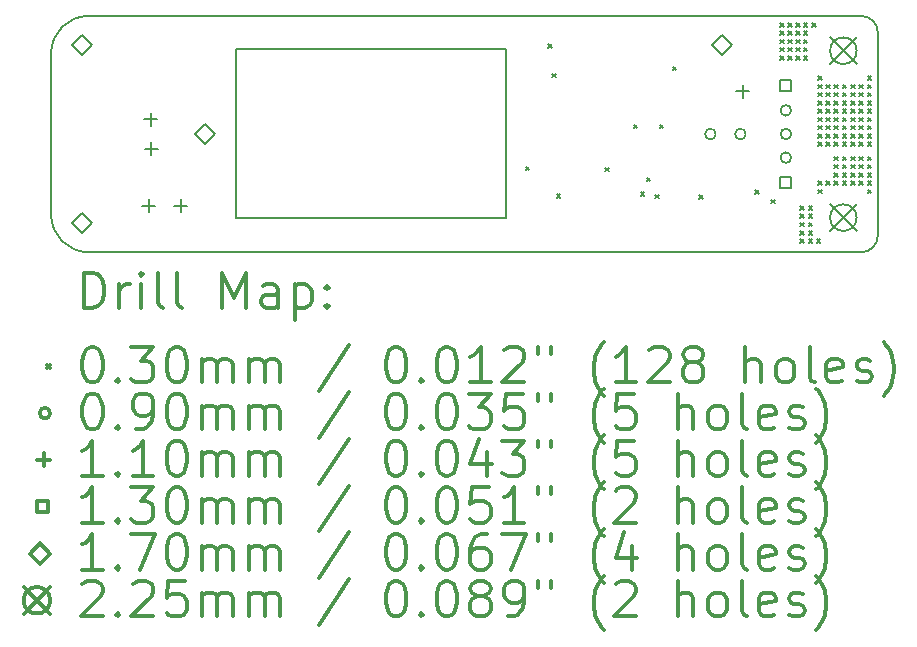
<source format=gbr>
%FSLAX45Y45*%
G04 Gerber Fmt 4.5, Leading zero omitted, Abs format (unit mm)*
G04 Created by KiCad (PCBNEW 5.1.0-unknown-9e240db~82~ubuntu18.04.1) date 2019-04-20 17:34:24*
%MOMM*%
%LPD*%
G04 APERTURE LIST*
%ADD10C,0.150000*%
%ADD11C,0.200000*%
%ADD12C,0.300000*%
G04 APERTURE END LIST*
D10*
X11769610Y-11014360D02*
X18312110Y-11014360D01*
X11769610Y-11014360D02*
G75*
G02X11452110Y-10696860I22J317522D01*
G01*
X15299810Y-9296160D02*
X13019810Y-9296160D01*
X13019810Y-10722160D02*
X15299810Y-10722160D01*
X15299810Y-10722160D02*
X15299810Y-9296160D01*
X13019810Y-9296160D02*
X13019810Y-10722160D01*
X18312110Y-11014360D02*
X18312110Y-11014360D01*
X11452110Y-9331860D02*
X11452110Y-10696860D01*
X18312110Y-9014360D02*
G75*
G02X18452110Y-9154360I17J-139983D01*
G01*
X18452110Y-10629360D02*
X18452110Y-9154360D01*
X11452110Y-9331860D02*
G75*
G02X11769610Y-9014360I317522J-22D01*
G01*
X18452110Y-10874360D02*
G75*
G02X18312110Y-11014360I-139983J-17D01*
G01*
X18452110Y-10874360D02*
X18452110Y-10629360D01*
X18312110Y-9014360D02*
X11769610Y-9014360D01*
D11*
X15471050Y-10289970D02*
X15501050Y-10319970D01*
X15501050Y-10289970D02*
X15471050Y-10319970D01*
X15663260Y-9255270D02*
X15693260Y-9285270D01*
X15693260Y-9255270D02*
X15663260Y-9285270D01*
X15695000Y-9505000D02*
X15725000Y-9535000D01*
X15725000Y-9505000D02*
X15695000Y-9535000D01*
X15735000Y-10525000D02*
X15765000Y-10555000D01*
X15765000Y-10525000D02*
X15735000Y-10555000D01*
X16142140Y-10301120D02*
X16172140Y-10331120D01*
X16172140Y-10301120D02*
X16142140Y-10331120D01*
X16385000Y-9935000D02*
X16415000Y-9965000D01*
X16415000Y-9935000D02*
X16385000Y-9965000D01*
X16444998Y-10504998D02*
X16474998Y-10534998D01*
X16474998Y-10504998D02*
X16444998Y-10534998D01*
X16495000Y-10385000D02*
X16525000Y-10415000D01*
X16525000Y-10385000D02*
X16495000Y-10415000D01*
X16565180Y-10529600D02*
X16595180Y-10559600D01*
X16595180Y-10529600D02*
X16565180Y-10559600D01*
X16605000Y-9935000D02*
X16635000Y-9965000D01*
X16635000Y-9935000D02*
X16605000Y-9965000D01*
X16716620Y-9444200D02*
X16746620Y-9474200D01*
X16746620Y-9444200D02*
X16716620Y-9474200D01*
X16938200Y-10533890D02*
X16968200Y-10563890D01*
X16968200Y-10533890D02*
X16938200Y-10563890D01*
X17415000Y-10491449D02*
X17445000Y-10521449D01*
X17445000Y-10491449D02*
X17415000Y-10521449D01*
X17548415Y-10571585D02*
X17578415Y-10601585D01*
X17578415Y-10571585D02*
X17548415Y-10601585D01*
X17625000Y-9075000D02*
X17655000Y-9105000D01*
X17655000Y-9075000D02*
X17625000Y-9105000D01*
X17625000Y-9145000D02*
X17655000Y-9175000D01*
X17655000Y-9145000D02*
X17625000Y-9175000D01*
X17625000Y-9215000D02*
X17655000Y-9245000D01*
X17655000Y-9215000D02*
X17625000Y-9245000D01*
X17625000Y-9285000D02*
X17655000Y-9315000D01*
X17655000Y-9285000D02*
X17625000Y-9315000D01*
X17625000Y-9355000D02*
X17655000Y-9385000D01*
X17655000Y-9355000D02*
X17625000Y-9385000D01*
X17695000Y-9075000D02*
X17725000Y-9105000D01*
X17725000Y-9075000D02*
X17695000Y-9105000D01*
X17695000Y-9145000D02*
X17725000Y-9175000D01*
X17725000Y-9145000D02*
X17695000Y-9175000D01*
X17695000Y-9215000D02*
X17725000Y-9245000D01*
X17725000Y-9215000D02*
X17695000Y-9245000D01*
X17695000Y-9285000D02*
X17725000Y-9315000D01*
X17725000Y-9285000D02*
X17695000Y-9315000D01*
X17695000Y-9355000D02*
X17725000Y-9385000D01*
X17725000Y-9355000D02*
X17695000Y-9385000D01*
X17760000Y-9075000D02*
X17790000Y-9105000D01*
X17790000Y-9075000D02*
X17760000Y-9105000D01*
X17760000Y-9145000D02*
X17790000Y-9175000D01*
X17790000Y-9145000D02*
X17760000Y-9175000D01*
X17760000Y-9215000D02*
X17790000Y-9245000D01*
X17790000Y-9215000D02*
X17760000Y-9245000D01*
X17760000Y-9285000D02*
X17790000Y-9315000D01*
X17790000Y-9285000D02*
X17760000Y-9315000D01*
X17760000Y-9355000D02*
X17790000Y-9385000D01*
X17790000Y-9355000D02*
X17760000Y-9385000D01*
X17795000Y-10625000D02*
X17825000Y-10655000D01*
X17825000Y-10625000D02*
X17795000Y-10655000D01*
X17795000Y-10695000D02*
X17825000Y-10725000D01*
X17825000Y-10695000D02*
X17795000Y-10725000D01*
X17795000Y-10765000D02*
X17825000Y-10795000D01*
X17825000Y-10765000D02*
X17795000Y-10795000D01*
X17795000Y-10835000D02*
X17825000Y-10865000D01*
X17825000Y-10835000D02*
X17795000Y-10865000D01*
X17795000Y-10905000D02*
X17825000Y-10935000D01*
X17825000Y-10905000D02*
X17795000Y-10935000D01*
X17825000Y-9075000D02*
X17855000Y-9105000D01*
X17855000Y-9075000D02*
X17825000Y-9105000D01*
X17825000Y-9145000D02*
X17855000Y-9175000D01*
X17855000Y-9145000D02*
X17825000Y-9175000D01*
X17825000Y-9215000D02*
X17855000Y-9245000D01*
X17855000Y-9215000D02*
X17825000Y-9245000D01*
X17825000Y-9285000D02*
X17855000Y-9315000D01*
X17855000Y-9285000D02*
X17825000Y-9315000D01*
X17825000Y-9355000D02*
X17855000Y-9385000D01*
X17855000Y-9355000D02*
X17825000Y-9385000D01*
X17865000Y-10625000D02*
X17895000Y-10655000D01*
X17895000Y-10625000D02*
X17865000Y-10655000D01*
X17865000Y-10695000D02*
X17895000Y-10725000D01*
X17895000Y-10695000D02*
X17865000Y-10725000D01*
X17865000Y-10765000D02*
X17895000Y-10795000D01*
X17895000Y-10765000D02*
X17865000Y-10795000D01*
X17865000Y-10835000D02*
X17895000Y-10865000D01*
X17895000Y-10835000D02*
X17865000Y-10865000D01*
X17865000Y-10905000D02*
X17895000Y-10935000D01*
X17895000Y-10905000D02*
X17865000Y-10935000D01*
X17895000Y-9075000D02*
X17925000Y-9105000D01*
X17925000Y-9075000D02*
X17895000Y-9105000D01*
X17935000Y-10905000D02*
X17965000Y-10935000D01*
X17965000Y-10905000D02*
X17935000Y-10935000D01*
X17945000Y-9525000D02*
X17975000Y-9555000D01*
X17975000Y-9525000D02*
X17945000Y-9555000D01*
X17945000Y-9595000D02*
X17975000Y-9625000D01*
X17975000Y-9595000D02*
X17945000Y-9625000D01*
X17945000Y-9665000D02*
X17975000Y-9695000D01*
X17975000Y-9665000D02*
X17945000Y-9695000D01*
X17945000Y-9735000D02*
X17975000Y-9765000D01*
X17975000Y-9735000D02*
X17945000Y-9765000D01*
X17945000Y-9805000D02*
X17975000Y-9835000D01*
X17975000Y-9805000D02*
X17945000Y-9835000D01*
X17945000Y-9875000D02*
X17975000Y-9905000D01*
X17975000Y-9875000D02*
X17945000Y-9905000D01*
X17945000Y-9945000D02*
X17975000Y-9975000D01*
X17975000Y-9945000D02*
X17945000Y-9975000D01*
X17945000Y-10015000D02*
X17975000Y-10045000D01*
X17975000Y-10015000D02*
X17945000Y-10045000D01*
X17945000Y-10085000D02*
X17975000Y-10115000D01*
X17975000Y-10085000D02*
X17945000Y-10115000D01*
X17945000Y-10415000D02*
X17975000Y-10445000D01*
X17975000Y-10415000D02*
X17945000Y-10445000D01*
X17945000Y-10485000D02*
X17975000Y-10515000D01*
X17975000Y-10485000D02*
X17945000Y-10515000D01*
X18015000Y-9595000D02*
X18045000Y-9625000D01*
X18045000Y-9595000D02*
X18015000Y-9625000D01*
X18015000Y-9665000D02*
X18045000Y-9695000D01*
X18045000Y-9665000D02*
X18015000Y-9695000D01*
X18015000Y-9735000D02*
X18045000Y-9765000D01*
X18045000Y-9735000D02*
X18015000Y-9765000D01*
X18015000Y-9805000D02*
X18045000Y-9835000D01*
X18045000Y-9805000D02*
X18015000Y-9835000D01*
X18015000Y-9875000D02*
X18045000Y-9905000D01*
X18045000Y-9875000D02*
X18015000Y-9905000D01*
X18015000Y-9945000D02*
X18045000Y-9975000D01*
X18045000Y-9945000D02*
X18015000Y-9975000D01*
X18015000Y-10015000D02*
X18045000Y-10045000D01*
X18045000Y-10015000D02*
X18015000Y-10045000D01*
X18015000Y-10085000D02*
X18045000Y-10115000D01*
X18045000Y-10085000D02*
X18015000Y-10115000D01*
X18015000Y-10415000D02*
X18045000Y-10445000D01*
X18045000Y-10415000D02*
X18015000Y-10445000D01*
X18085000Y-9595000D02*
X18115000Y-9625000D01*
X18115000Y-9595000D02*
X18085000Y-9625000D01*
X18085000Y-9665000D02*
X18115000Y-9695000D01*
X18115000Y-9665000D02*
X18085000Y-9695000D01*
X18085000Y-9735000D02*
X18115000Y-9765000D01*
X18115000Y-9735000D02*
X18085000Y-9765000D01*
X18085000Y-9805000D02*
X18115000Y-9835000D01*
X18115000Y-9805000D02*
X18085000Y-9835000D01*
X18085000Y-9875000D02*
X18115000Y-9905000D01*
X18115000Y-9875000D02*
X18085000Y-9905000D01*
X18085000Y-9945000D02*
X18115000Y-9975000D01*
X18115000Y-9945000D02*
X18085000Y-9975000D01*
X18085000Y-10015000D02*
X18115000Y-10045000D01*
X18115000Y-10015000D02*
X18085000Y-10045000D01*
X18085000Y-10085000D02*
X18115000Y-10115000D01*
X18115000Y-10085000D02*
X18085000Y-10115000D01*
X18085000Y-10205000D02*
X18115000Y-10235000D01*
X18115000Y-10205000D02*
X18085000Y-10235000D01*
X18085000Y-10275000D02*
X18115000Y-10305000D01*
X18115000Y-10275000D02*
X18085000Y-10305000D01*
X18085000Y-10345000D02*
X18115000Y-10375000D01*
X18115000Y-10345000D02*
X18085000Y-10375000D01*
X18085000Y-10415000D02*
X18115000Y-10445000D01*
X18115000Y-10415000D02*
X18085000Y-10445000D01*
X18155000Y-9595000D02*
X18185000Y-9625000D01*
X18185000Y-9595000D02*
X18155000Y-9625000D01*
X18155000Y-9665000D02*
X18185000Y-9695000D01*
X18185000Y-9665000D02*
X18155000Y-9695000D01*
X18155000Y-9735000D02*
X18185000Y-9765000D01*
X18185000Y-9735000D02*
X18155000Y-9765000D01*
X18155000Y-9805000D02*
X18185000Y-9835000D01*
X18185000Y-9805000D02*
X18155000Y-9835000D01*
X18155000Y-9875000D02*
X18185000Y-9905000D01*
X18185000Y-9875000D02*
X18155000Y-9905000D01*
X18155000Y-9945000D02*
X18185000Y-9975000D01*
X18185000Y-9945000D02*
X18155000Y-9975000D01*
X18155000Y-10015000D02*
X18185000Y-10045000D01*
X18185000Y-10015000D02*
X18155000Y-10045000D01*
X18155000Y-10085000D02*
X18185000Y-10115000D01*
X18185000Y-10085000D02*
X18155000Y-10115000D01*
X18155000Y-10205000D02*
X18185000Y-10235000D01*
X18185000Y-10205000D02*
X18155000Y-10235000D01*
X18155000Y-10275000D02*
X18185000Y-10305000D01*
X18185000Y-10275000D02*
X18155000Y-10305000D01*
X18155000Y-10345000D02*
X18185000Y-10375000D01*
X18185000Y-10345000D02*
X18155000Y-10375000D01*
X18155000Y-10415000D02*
X18185000Y-10445000D01*
X18185000Y-10415000D02*
X18155000Y-10445000D01*
X18225000Y-9595000D02*
X18255000Y-9625000D01*
X18255000Y-9595000D02*
X18225000Y-9625000D01*
X18225000Y-9665000D02*
X18255000Y-9695000D01*
X18255000Y-9665000D02*
X18225000Y-9695000D01*
X18225000Y-9735000D02*
X18255000Y-9765000D01*
X18255000Y-9735000D02*
X18225000Y-9765000D01*
X18225000Y-9805000D02*
X18255000Y-9835000D01*
X18255000Y-9805000D02*
X18225000Y-9835000D01*
X18225000Y-9875000D02*
X18255000Y-9905000D01*
X18255000Y-9875000D02*
X18225000Y-9905000D01*
X18225000Y-9945000D02*
X18255000Y-9975000D01*
X18255000Y-9945000D02*
X18225000Y-9975000D01*
X18225000Y-10015000D02*
X18255000Y-10045000D01*
X18255000Y-10015000D02*
X18225000Y-10045000D01*
X18225000Y-10085000D02*
X18255000Y-10115000D01*
X18255000Y-10085000D02*
X18225000Y-10115000D01*
X18225000Y-10205000D02*
X18255000Y-10235000D01*
X18255000Y-10205000D02*
X18225000Y-10235000D01*
X18225000Y-10275000D02*
X18255000Y-10305000D01*
X18255000Y-10275000D02*
X18225000Y-10305000D01*
X18225000Y-10345000D02*
X18255000Y-10375000D01*
X18255000Y-10345000D02*
X18225000Y-10375000D01*
X18225000Y-10415000D02*
X18255000Y-10445000D01*
X18255000Y-10415000D02*
X18225000Y-10445000D01*
X18295000Y-9595000D02*
X18325000Y-9625000D01*
X18325000Y-9595000D02*
X18295000Y-9625000D01*
X18295000Y-9665000D02*
X18325000Y-9695000D01*
X18325000Y-9665000D02*
X18295000Y-9695000D01*
X18295000Y-9735000D02*
X18325000Y-9765000D01*
X18325000Y-9735000D02*
X18295000Y-9765000D01*
X18295000Y-9805000D02*
X18325000Y-9835000D01*
X18325000Y-9805000D02*
X18295000Y-9835000D01*
X18295000Y-9875000D02*
X18325000Y-9905000D01*
X18325000Y-9875000D02*
X18295000Y-9905000D01*
X18295000Y-9945000D02*
X18325000Y-9975000D01*
X18325000Y-9945000D02*
X18295000Y-9975000D01*
X18295000Y-10015000D02*
X18325000Y-10045000D01*
X18325000Y-10015000D02*
X18295000Y-10045000D01*
X18295000Y-10085000D02*
X18325000Y-10115000D01*
X18325000Y-10085000D02*
X18295000Y-10115000D01*
X18295000Y-10205000D02*
X18325000Y-10235000D01*
X18325000Y-10205000D02*
X18295000Y-10235000D01*
X18295000Y-10275000D02*
X18325000Y-10305000D01*
X18325000Y-10275000D02*
X18295000Y-10305000D01*
X18295000Y-10345000D02*
X18325000Y-10375000D01*
X18325000Y-10345000D02*
X18295000Y-10375000D01*
X18295000Y-10415000D02*
X18325000Y-10445000D01*
X18325000Y-10415000D02*
X18295000Y-10445000D01*
X18365000Y-9525000D02*
X18395000Y-9555000D01*
X18395000Y-9525000D02*
X18365000Y-9555000D01*
X18365000Y-9595000D02*
X18395000Y-9625000D01*
X18395000Y-9595000D02*
X18365000Y-9625000D01*
X18365000Y-9665000D02*
X18395000Y-9695000D01*
X18395000Y-9665000D02*
X18365000Y-9695000D01*
X18365000Y-9735000D02*
X18395000Y-9765000D01*
X18395000Y-9735000D02*
X18365000Y-9765000D01*
X18365000Y-9805000D02*
X18395000Y-9835000D01*
X18395000Y-9805000D02*
X18365000Y-9835000D01*
X18365000Y-9875000D02*
X18395000Y-9905000D01*
X18395000Y-9875000D02*
X18365000Y-9905000D01*
X18365000Y-9945000D02*
X18395000Y-9975000D01*
X18395000Y-9945000D02*
X18365000Y-9975000D01*
X18365000Y-10015000D02*
X18395000Y-10045000D01*
X18395000Y-10015000D02*
X18365000Y-10045000D01*
X18365000Y-10085000D02*
X18395000Y-10115000D01*
X18395000Y-10085000D02*
X18365000Y-10115000D01*
X18365000Y-10205000D02*
X18395000Y-10235000D01*
X18395000Y-10205000D02*
X18365000Y-10235000D01*
X18365000Y-10275000D02*
X18395000Y-10305000D01*
X18395000Y-10275000D02*
X18365000Y-10305000D01*
X18365000Y-10345000D02*
X18395000Y-10375000D01*
X18395000Y-10345000D02*
X18365000Y-10375000D01*
X18365000Y-10415000D02*
X18395000Y-10445000D01*
X18395000Y-10415000D02*
X18365000Y-10445000D01*
X18365000Y-10485000D02*
X18395000Y-10515000D01*
X18395000Y-10485000D02*
X18365000Y-10515000D01*
X17718000Y-9814000D02*
G75*
G03X17718000Y-9814000I-45000J0D01*
G01*
X17718000Y-10014000D02*
G75*
G03X17718000Y-10014000I-45000J0D01*
G01*
X17718000Y-10214000D02*
G75*
G03X17718000Y-10214000I-45000J0D01*
G01*
X17079000Y-10014400D02*
G75*
G03X17079000Y-10014400I-45000J0D01*
G01*
X17333000Y-10014400D02*
G75*
G03X17333000Y-10014400I-45000J0D01*
G01*
X12300000Y-10085000D02*
X12300000Y-10195000D01*
X12245000Y-10140000D02*
X12355000Y-10140000D01*
X12550000Y-10565000D02*
X12550000Y-10675000D01*
X12495000Y-10620000D02*
X12605000Y-10620000D01*
X17310000Y-9595000D02*
X17310000Y-9705000D01*
X17255000Y-9650000D02*
X17365000Y-9650000D01*
X12298000Y-9836000D02*
X12298000Y-9946000D01*
X12243000Y-9891000D02*
X12353000Y-9891000D01*
X12280000Y-10565000D02*
X12280000Y-10675000D01*
X12225000Y-10620000D02*
X12335000Y-10620000D01*
X17718962Y-9649962D02*
X17718962Y-9558038D01*
X17627038Y-9558038D01*
X17627038Y-9649962D01*
X17718962Y-9649962D01*
X17718962Y-10469962D02*
X17718962Y-10378038D01*
X17627038Y-10378038D01*
X17627038Y-10469962D01*
X17718962Y-10469962D01*
X11716900Y-9349360D02*
X11801900Y-9264360D01*
X11716900Y-9179360D01*
X11631900Y-9264360D01*
X11716900Y-9349360D01*
X11716900Y-10849400D02*
X11801900Y-10764400D01*
X11716900Y-10679400D01*
X11631900Y-10764400D01*
X11716900Y-10849400D01*
X17130900Y-9349360D02*
X17215900Y-9264360D01*
X17130900Y-9179360D01*
X17045900Y-9264360D01*
X17130900Y-9349360D01*
X12751500Y-10096500D02*
X12836500Y-10011500D01*
X12751500Y-9926500D01*
X12666500Y-10011500D01*
X12751500Y-10096500D01*
X18047500Y-10609500D02*
X18272500Y-10834500D01*
X18272500Y-10609500D02*
X18047500Y-10834500D01*
X18272500Y-10722000D02*
G75*
G03X18272500Y-10722000I-112500J0D01*
G01*
X18047500Y-9196500D02*
X18272500Y-9421500D01*
X18272500Y-9196500D02*
X18047500Y-9421500D01*
X18272500Y-9309000D02*
G75*
G03X18272500Y-9309000I-112500J0D01*
G01*
D12*
X11731038Y-11487574D02*
X11731038Y-11187574D01*
X11802467Y-11187574D01*
X11845324Y-11201860D01*
X11873896Y-11230431D01*
X11888181Y-11259003D01*
X11902467Y-11316146D01*
X11902467Y-11359003D01*
X11888181Y-11416146D01*
X11873896Y-11444717D01*
X11845324Y-11473289D01*
X11802467Y-11487574D01*
X11731038Y-11487574D01*
X12031038Y-11487574D02*
X12031038Y-11287574D01*
X12031038Y-11344717D02*
X12045324Y-11316146D01*
X12059610Y-11301860D01*
X12088181Y-11287574D01*
X12116753Y-11287574D01*
X12216753Y-11487574D02*
X12216753Y-11287574D01*
X12216753Y-11187574D02*
X12202467Y-11201860D01*
X12216753Y-11216146D01*
X12231038Y-11201860D01*
X12216753Y-11187574D01*
X12216753Y-11216146D01*
X12402467Y-11487574D02*
X12373896Y-11473289D01*
X12359610Y-11444717D01*
X12359610Y-11187574D01*
X12559610Y-11487574D02*
X12531038Y-11473289D01*
X12516753Y-11444717D01*
X12516753Y-11187574D01*
X12902467Y-11487574D02*
X12902467Y-11187574D01*
X13002467Y-11401860D01*
X13102467Y-11187574D01*
X13102467Y-11487574D01*
X13373896Y-11487574D02*
X13373896Y-11330431D01*
X13359610Y-11301860D01*
X13331038Y-11287574D01*
X13273896Y-11287574D01*
X13245324Y-11301860D01*
X13373896Y-11473289D02*
X13345324Y-11487574D01*
X13273896Y-11487574D01*
X13245324Y-11473289D01*
X13231038Y-11444717D01*
X13231038Y-11416146D01*
X13245324Y-11387574D01*
X13273896Y-11373289D01*
X13345324Y-11373289D01*
X13373896Y-11359003D01*
X13516753Y-11287574D02*
X13516753Y-11587574D01*
X13516753Y-11301860D02*
X13545324Y-11287574D01*
X13602467Y-11287574D01*
X13631038Y-11301860D01*
X13645324Y-11316146D01*
X13659610Y-11344717D01*
X13659610Y-11430431D01*
X13645324Y-11459003D01*
X13631038Y-11473289D01*
X13602467Y-11487574D01*
X13545324Y-11487574D01*
X13516753Y-11473289D01*
X13788181Y-11459003D02*
X13802467Y-11473289D01*
X13788181Y-11487574D01*
X13773896Y-11473289D01*
X13788181Y-11459003D01*
X13788181Y-11487574D01*
X13788181Y-11301860D02*
X13802467Y-11316146D01*
X13788181Y-11330431D01*
X13773896Y-11316146D01*
X13788181Y-11301860D01*
X13788181Y-11330431D01*
X11414610Y-11966860D02*
X11444610Y-11996860D01*
X11444610Y-11966860D02*
X11414610Y-11996860D01*
X11788181Y-11817574D02*
X11816753Y-11817574D01*
X11845324Y-11831860D01*
X11859610Y-11846146D01*
X11873896Y-11874717D01*
X11888181Y-11931860D01*
X11888181Y-12003289D01*
X11873896Y-12060431D01*
X11859610Y-12089003D01*
X11845324Y-12103289D01*
X11816753Y-12117574D01*
X11788181Y-12117574D01*
X11759610Y-12103289D01*
X11745324Y-12089003D01*
X11731038Y-12060431D01*
X11716753Y-12003289D01*
X11716753Y-11931860D01*
X11731038Y-11874717D01*
X11745324Y-11846146D01*
X11759610Y-11831860D01*
X11788181Y-11817574D01*
X12016753Y-12089003D02*
X12031038Y-12103289D01*
X12016753Y-12117574D01*
X12002467Y-12103289D01*
X12016753Y-12089003D01*
X12016753Y-12117574D01*
X12131038Y-11817574D02*
X12316753Y-11817574D01*
X12216753Y-11931860D01*
X12259610Y-11931860D01*
X12288181Y-11946146D01*
X12302467Y-11960431D01*
X12316753Y-11989003D01*
X12316753Y-12060431D01*
X12302467Y-12089003D01*
X12288181Y-12103289D01*
X12259610Y-12117574D01*
X12173896Y-12117574D01*
X12145324Y-12103289D01*
X12131038Y-12089003D01*
X12502467Y-11817574D02*
X12531038Y-11817574D01*
X12559610Y-11831860D01*
X12573896Y-11846146D01*
X12588181Y-11874717D01*
X12602467Y-11931860D01*
X12602467Y-12003289D01*
X12588181Y-12060431D01*
X12573896Y-12089003D01*
X12559610Y-12103289D01*
X12531038Y-12117574D01*
X12502467Y-12117574D01*
X12473896Y-12103289D01*
X12459610Y-12089003D01*
X12445324Y-12060431D01*
X12431038Y-12003289D01*
X12431038Y-11931860D01*
X12445324Y-11874717D01*
X12459610Y-11846146D01*
X12473896Y-11831860D01*
X12502467Y-11817574D01*
X12731038Y-12117574D02*
X12731038Y-11917574D01*
X12731038Y-11946146D02*
X12745324Y-11931860D01*
X12773896Y-11917574D01*
X12816753Y-11917574D01*
X12845324Y-11931860D01*
X12859610Y-11960431D01*
X12859610Y-12117574D01*
X12859610Y-11960431D02*
X12873896Y-11931860D01*
X12902467Y-11917574D01*
X12945324Y-11917574D01*
X12973896Y-11931860D01*
X12988181Y-11960431D01*
X12988181Y-12117574D01*
X13131038Y-12117574D02*
X13131038Y-11917574D01*
X13131038Y-11946146D02*
X13145324Y-11931860D01*
X13173896Y-11917574D01*
X13216753Y-11917574D01*
X13245324Y-11931860D01*
X13259610Y-11960431D01*
X13259610Y-12117574D01*
X13259610Y-11960431D02*
X13273896Y-11931860D01*
X13302467Y-11917574D01*
X13345324Y-11917574D01*
X13373896Y-11931860D01*
X13388181Y-11960431D01*
X13388181Y-12117574D01*
X13973896Y-11803289D02*
X13716753Y-12189003D01*
X14359610Y-11817574D02*
X14388181Y-11817574D01*
X14416753Y-11831860D01*
X14431038Y-11846146D01*
X14445324Y-11874717D01*
X14459610Y-11931860D01*
X14459610Y-12003289D01*
X14445324Y-12060431D01*
X14431038Y-12089003D01*
X14416753Y-12103289D01*
X14388181Y-12117574D01*
X14359610Y-12117574D01*
X14331038Y-12103289D01*
X14316753Y-12089003D01*
X14302467Y-12060431D01*
X14288181Y-12003289D01*
X14288181Y-11931860D01*
X14302467Y-11874717D01*
X14316753Y-11846146D01*
X14331038Y-11831860D01*
X14359610Y-11817574D01*
X14588181Y-12089003D02*
X14602467Y-12103289D01*
X14588181Y-12117574D01*
X14573896Y-12103289D01*
X14588181Y-12089003D01*
X14588181Y-12117574D01*
X14788181Y-11817574D02*
X14816753Y-11817574D01*
X14845324Y-11831860D01*
X14859610Y-11846146D01*
X14873896Y-11874717D01*
X14888181Y-11931860D01*
X14888181Y-12003289D01*
X14873896Y-12060431D01*
X14859610Y-12089003D01*
X14845324Y-12103289D01*
X14816753Y-12117574D01*
X14788181Y-12117574D01*
X14759610Y-12103289D01*
X14745324Y-12089003D01*
X14731038Y-12060431D01*
X14716753Y-12003289D01*
X14716753Y-11931860D01*
X14731038Y-11874717D01*
X14745324Y-11846146D01*
X14759610Y-11831860D01*
X14788181Y-11817574D01*
X15173896Y-12117574D02*
X15002467Y-12117574D01*
X15088181Y-12117574D02*
X15088181Y-11817574D01*
X15059610Y-11860431D01*
X15031038Y-11889003D01*
X15002467Y-11903289D01*
X15288181Y-11846146D02*
X15302467Y-11831860D01*
X15331038Y-11817574D01*
X15402467Y-11817574D01*
X15431038Y-11831860D01*
X15445324Y-11846146D01*
X15459610Y-11874717D01*
X15459610Y-11903289D01*
X15445324Y-11946146D01*
X15273896Y-12117574D01*
X15459610Y-12117574D01*
X15573896Y-11817574D02*
X15573896Y-11874717D01*
X15688181Y-11817574D02*
X15688181Y-11874717D01*
X16131038Y-12231860D02*
X16116753Y-12217574D01*
X16088181Y-12174717D01*
X16073896Y-12146146D01*
X16059610Y-12103289D01*
X16045324Y-12031860D01*
X16045324Y-11974717D01*
X16059610Y-11903289D01*
X16073896Y-11860431D01*
X16088181Y-11831860D01*
X16116753Y-11789003D01*
X16131038Y-11774717D01*
X16402467Y-12117574D02*
X16231038Y-12117574D01*
X16316753Y-12117574D02*
X16316753Y-11817574D01*
X16288181Y-11860431D01*
X16259610Y-11889003D01*
X16231038Y-11903289D01*
X16516753Y-11846146D02*
X16531038Y-11831860D01*
X16559610Y-11817574D01*
X16631038Y-11817574D01*
X16659610Y-11831860D01*
X16673896Y-11846146D01*
X16688181Y-11874717D01*
X16688181Y-11903289D01*
X16673896Y-11946146D01*
X16502467Y-12117574D01*
X16688181Y-12117574D01*
X16859610Y-11946146D02*
X16831038Y-11931860D01*
X16816753Y-11917574D01*
X16802467Y-11889003D01*
X16802467Y-11874717D01*
X16816753Y-11846146D01*
X16831038Y-11831860D01*
X16859610Y-11817574D01*
X16916753Y-11817574D01*
X16945324Y-11831860D01*
X16959610Y-11846146D01*
X16973896Y-11874717D01*
X16973896Y-11889003D01*
X16959610Y-11917574D01*
X16945324Y-11931860D01*
X16916753Y-11946146D01*
X16859610Y-11946146D01*
X16831038Y-11960431D01*
X16816753Y-11974717D01*
X16802467Y-12003289D01*
X16802467Y-12060431D01*
X16816753Y-12089003D01*
X16831038Y-12103289D01*
X16859610Y-12117574D01*
X16916753Y-12117574D01*
X16945324Y-12103289D01*
X16959610Y-12089003D01*
X16973896Y-12060431D01*
X16973896Y-12003289D01*
X16959610Y-11974717D01*
X16945324Y-11960431D01*
X16916753Y-11946146D01*
X17331038Y-12117574D02*
X17331038Y-11817574D01*
X17459610Y-12117574D02*
X17459610Y-11960431D01*
X17445324Y-11931860D01*
X17416753Y-11917574D01*
X17373896Y-11917574D01*
X17345324Y-11931860D01*
X17331038Y-11946146D01*
X17645324Y-12117574D02*
X17616753Y-12103289D01*
X17602467Y-12089003D01*
X17588181Y-12060431D01*
X17588181Y-11974717D01*
X17602467Y-11946146D01*
X17616753Y-11931860D01*
X17645324Y-11917574D01*
X17688181Y-11917574D01*
X17716753Y-11931860D01*
X17731038Y-11946146D01*
X17745324Y-11974717D01*
X17745324Y-12060431D01*
X17731038Y-12089003D01*
X17716753Y-12103289D01*
X17688181Y-12117574D01*
X17645324Y-12117574D01*
X17916753Y-12117574D02*
X17888181Y-12103289D01*
X17873896Y-12074717D01*
X17873896Y-11817574D01*
X18145324Y-12103289D02*
X18116753Y-12117574D01*
X18059610Y-12117574D01*
X18031038Y-12103289D01*
X18016753Y-12074717D01*
X18016753Y-11960431D01*
X18031038Y-11931860D01*
X18059610Y-11917574D01*
X18116753Y-11917574D01*
X18145324Y-11931860D01*
X18159610Y-11960431D01*
X18159610Y-11989003D01*
X18016753Y-12017574D01*
X18273896Y-12103289D02*
X18302467Y-12117574D01*
X18359610Y-12117574D01*
X18388181Y-12103289D01*
X18402467Y-12074717D01*
X18402467Y-12060431D01*
X18388181Y-12031860D01*
X18359610Y-12017574D01*
X18316753Y-12017574D01*
X18288181Y-12003289D01*
X18273896Y-11974717D01*
X18273896Y-11960431D01*
X18288181Y-11931860D01*
X18316753Y-11917574D01*
X18359610Y-11917574D01*
X18388181Y-11931860D01*
X18502467Y-12231860D02*
X18516753Y-12217574D01*
X18545324Y-12174717D01*
X18559610Y-12146146D01*
X18573896Y-12103289D01*
X18588181Y-12031860D01*
X18588181Y-11974717D01*
X18573896Y-11903289D01*
X18559610Y-11860431D01*
X18545324Y-11831860D01*
X18516753Y-11789003D01*
X18502467Y-11774717D01*
X11444610Y-12377860D02*
G75*
G03X11444610Y-12377860I-45000J0D01*
G01*
X11788181Y-12213574D02*
X11816753Y-12213574D01*
X11845324Y-12227860D01*
X11859610Y-12242146D01*
X11873896Y-12270717D01*
X11888181Y-12327860D01*
X11888181Y-12399289D01*
X11873896Y-12456431D01*
X11859610Y-12485003D01*
X11845324Y-12499289D01*
X11816753Y-12513574D01*
X11788181Y-12513574D01*
X11759610Y-12499289D01*
X11745324Y-12485003D01*
X11731038Y-12456431D01*
X11716753Y-12399289D01*
X11716753Y-12327860D01*
X11731038Y-12270717D01*
X11745324Y-12242146D01*
X11759610Y-12227860D01*
X11788181Y-12213574D01*
X12016753Y-12485003D02*
X12031038Y-12499289D01*
X12016753Y-12513574D01*
X12002467Y-12499289D01*
X12016753Y-12485003D01*
X12016753Y-12513574D01*
X12173896Y-12513574D02*
X12231038Y-12513574D01*
X12259610Y-12499289D01*
X12273896Y-12485003D01*
X12302467Y-12442146D01*
X12316753Y-12385003D01*
X12316753Y-12270717D01*
X12302467Y-12242146D01*
X12288181Y-12227860D01*
X12259610Y-12213574D01*
X12202467Y-12213574D01*
X12173896Y-12227860D01*
X12159610Y-12242146D01*
X12145324Y-12270717D01*
X12145324Y-12342146D01*
X12159610Y-12370717D01*
X12173896Y-12385003D01*
X12202467Y-12399289D01*
X12259610Y-12399289D01*
X12288181Y-12385003D01*
X12302467Y-12370717D01*
X12316753Y-12342146D01*
X12502467Y-12213574D02*
X12531038Y-12213574D01*
X12559610Y-12227860D01*
X12573896Y-12242146D01*
X12588181Y-12270717D01*
X12602467Y-12327860D01*
X12602467Y-12399289D01*
X12588181Y-12456431D01*
X12573896Y-12485003D01*
X12559610Y-12499289D01*
X12531038Y-12513574D01*
X12502467Y-12513574D01*
X12473896Y-12499289D01*
X12459610Y-12485003D01*
X12445324Y-12456431D01*
X12431038Y-12399289D01*
X12431038Y-12327860D01*
X12445324Y-12270717D01*
X12459610Y-12242146D01*
X12473896Y-12227860D01*
X12502467Y-12213574D01*
X12731038Y-12513574D02*
X12731038Y-12313574D01*
X12731038Y-12342146D02*
X12745324Y-12327860D01*
X12773896Y-12313574D01*
X12816753Y-12313574D01*
X12845324Y-12327860D01*
X12859610Y-12356431D01*
X12859610Y-12513574D01*
X12859610Y-12356431D02*
X12873896Y-12327860D01*
X12902467Y-12313574D01*
X12945324Y-12313574D01*
X12973896Y-12327860D01*
X12988181Y-12356431D01*
X12988181Y-12513574D01*
X13131038Y-12513574D02*
X13131038Y-12313574D01*
X13131038Y-12342146D02*
X13145324Y-12327860D01*
X13173896Y-12313574D01*
X13216753Y-12313574D01*
X13245324Y-12327860D01*
X13259610Y-12356431D01*
X13259610Y-12513574D01*
X13259610Y-12356431D02*
X13273896Y-12327860D01*
X13302467Y-12313574D01*
X13345324Y-12313574D01*
X13373896Y-12327860D01*
X13388181Y-12356431D01*
X13388181Y-12513574D01*
X13973896Y-12199289D02*
X13716753Y-12585003D01*
X14359610Y-12213574D02*
X14388181Y-12213574D01*
X14416753Y-12227860D01*
X14431038Y-12242146D01*
X14445324Y-12270717D01*
X14459610Y-12327860D01*
X14459610Y-12399289D01*
X14445324Y-12456431D01*
X14431038Y-12485003D01*
X14416753Y-12499289D01*
X14388181Y-12513574D01*
X14359610Y-12513574D01*
X14331038Y-12499289D01*
X14316753Y-12485003D01*
X14302467Y-12456431D01*
X14288181Y-12399289D01*
X14288181Y-12327860D01*
X14302467Y-12270717D01*
X14316753Y-12242146D01*
X14331038Y-12227860D01*
X14359610Y-12213574D01*
X14588181Y-12485003D02*
X14602467Y-12499289D01*
X14588181Y-12513574D01*
X14573896Y-12499289D01*
X14588181Y-12485003D01*
X14588181Y-12513574D01*
X14788181Y-12213574D02*
X14816753Y-12213574D01*
X14845324Y-12227860D01*
X14859610Y-12242146D01*
X14873896Y-12270717D01*
X14888181Y-12327860D01*
X14888181Y-12399289D01*
X14873896Y-12456431D01*
X14859610Y-12485003D01*
X14845324Y-12499289D01*
X14816753Y-12513574D01*
X14788181Y-12513574D01*
X14759610Y-12499289D01*
X14745324Y-12485003D01*
X14731038Y-12456431D01*
X14716753Y-12399289D01*
X14716753Y-12327860D01*
X14731038Y-12270717D01*
X14745324Y-12242146D01*
X14759610Y-12227860D01*
X14788181Y-12213574D01*
X14988181Y-12213574D02*
X15173896Y-12213574D01*
X15073896Y-12327860D01*
X15116753Y-12327860D01*
X15145324Y-12342146D01*
X15159610Y-12356431D01*
X15173896Y-12385003D01*
X15173896Y-12456431D01*
X15159610Y-12485003D01*
X15145324Y-12499289D01*
X15116753Y-12513574D01*
X15031038Y-12513574D01*
X15002467Y-12499289D01*
X14988181Y-12485003D01*
X15445324Y-12213574D02*
X15302467Y-12213574D01*
X15288181Y-12356431D01*
X15302467Y-12342146D01*
X15331038Y-12327860D01*
X15402467Y-12327860D01*
X15431038Y-12342146D01*
X15445324Y-12356431D01*
X15459610Y-12385003D01*
X15459610Y-12456431D01*
X15445324Y-12485003D01*
X15431038Y-12499289D01*
X15402467Y-12513574D01*
X15331038Y-12513574D01*
X15302467Y-12499289D01*
X15288181Y-12485003D01*
X15573896Y-12213574D02*
X15573896Y-12270717D01*
X15688181Y-12213574D02*
X15688181Y-12270717D01*
X16131038Y-12627860D02*
X16116753Y-12613574D01*
X16088181Y-12570717D01*
X16073896Y-12542146D01*
X16059610Y-12499289D01*
X16045324Y-12427860D01*
X16045324Y-12370717D01*
X16059610Y-12299289D01*
X16073896Y-12256431D01*
X16088181Y-12227860D01*
X16116753Y-12185003D01*
X16131038Y-12170717D01*
X16388181Y-12213574D02*
X16245324Y-12213574D01*
X16231038Y-12356431D01*
X16245324Y-12342146D01*
X16273896Y-12327860D01*
X16345324Y-12327860D01*
X16373896Y-12342146D01*
X16388181Y-12356431D01*
X16402467Y-12385003D01*
X16402467Y-12456431D01*
X16388181Y-12485003D01*
X16373896Y-12499289D01*
X16345324Y-12513574D01*
X16273896Y-12513574D01*
X16245324Y-12499289D01*
X16231038Y-12485003D01*
X16759610Y-12513574D02*
X16759610Y-12213574D01*
X16888181Y-12513574D02*
X16888181Y-12356431D01*
X16873896Y-12327860D01*
X16845324Y-12313574D01*
X16802467Y-12313574D01*
X16773896Y-12327860D01*
X16759610Y-12342146D01*
X17073896Y-12513574D02*
X17045324Y-12499289D01*
X17031038Y-12485003D01*
X17016753Y-12456431D01*
X17016753Y-12370717D01*
X17031038Y-12342146D01*
X17045324Y-12327860D01*
X17073896Y-12313574D01*
X17116753Y-12313574D01*
X17145324Y-12327860D01*
X17159610Y-12342146D01*
X17173896Y-12370717D01*
X17173896Y-12456431D01*
X17159610Y-12485003D01*
X17145324Y-12499289D01*
X17116753Y-12513574D01*
X17073896Y-12513574D01*
X17345324Y-12513574D02*
X17316753Y-12499289D01*
X17302467Y-12470717D01*
X17302467Y-12213574D01*
X17573896Y-12499289D02*
X17545324Y-12513574D01*
X17488181Y-12513574D01*
X17459610Y-12499289D01*
X17445324Y-12470717D01*
X17445324Y-12356431D01*
X17459610Y-12327860D01*
X17488181Y-12313574D01*
X17545324Y-12313574D01*
X17573896Y-12327860D01*
X17588181Y-12356431D01*
X17588181Y-12385003D01*
X17445324Y-12413574D01*
X17702467Y-12499289D02*
X17731038Y-12513574D01*
X17788181Y-12513574D01*
X17816753Y-12499289D01*
X17831038Y-12470717D01*
X17831038Y-12456431D01*
X17816753Y-12427860D01*
X17788181Y-12413574D01*
X17745324Y-12413574D01*
X17716753Y-12399289D01*
X17702467Y-12370717D01*
X17702467Y-12356431D01*
X17716753Y-12327860D01*
X17745324Y-12313574D01*
X17788181Y-12313574D01*
X17816753Y-12327860D01*
X17931038Y-12627860D02*
X17945324Y-12613574D01*
X17973896Y-12570717D01*
X17988181Y-12542146D01*
X18002467Y-12499289D01*
X18016753Y-12427860D01*
X18016753Y-12370717D01*
X18002467Y-12299289D01*
X17988181Y-12256431D01*
X17973896Y-12227860D01*
X17945324Y-12185003D01*
X17931038Y-12170717D01*
X11389610Y-12718860D02*
X11389610Y-12828860D01*
X11334610Y-12773860D02*
X11444610Y-12773860D01*
X11888181Y-12909574D02*
X11716753Y-12909574D01*
X11802467Y-12909574D02*
X11802467Y-12609574D01*
X11773896Y-12652431D01*
X11745324Y-12681003D01*
X11716753Y-12695289D01*
X12016753Y-12881003D02*
X12031038Y-12895289D01*
X12016753Y-12909574D01*
X12002467Y-12895289D01*
X12016753Y-12881003D01*
X12016753Y-12909574D01*
X12316753Y-12909574D02*
X12145324Y-12909574D01*
X12231038Y-12909574D02*
X12231038Y-12609574D01*
X12202467Y-12652431D01*
X12173896Y-12681003D01*
X12145324Y-12695289D01*
X12502467Y-12609574D02*
X12531038Y-12609574D01*
X12559610Y-12623860D01*
X12573896Y-12638146D01*
X12588181Y-12666717D01*
X12602467Y-12723860D01*
X12602467Y-12795289D01*
X12588181Y-12852431D01*
X12573896Y-12881003D01*
X12559610Y-12895289D01*
X12531038Y-12909574D01*
X12502467Y-12909574D01*
X12473896Y-12895289D01*
X12459610Y-12881003D01*
X12445324Y-12852431D01*
X12431038Y-12795289D01*
X12431038Y-12723860D01*
X12445324Y-12666717D01*
X12459610Y-12638146D01*
X12473896Y-12623860D01*
X12502467Y-12609574D01*
X12731038Y-12909574D02*
X12731038Y-12709574D01*
X12731038Y-12738146D02*
X12745324Y-12723860D01*
X12773896Y-12709574D01*
X12816753Y-12709574D01*
X12845324Y-12723860D01*
X12859610Y-12752431D01*
X12859610Y-12909574D01*
X12859610Y-12752431D02*
X12873896Y-12723860D01*
X12902467Y-12709574D01*
X12945324Y-12709574D01*
X12973896Y-12723860D01*
X12988181Y-12752431D01*
X12988181Y-12909574D01*
X13131038Y-12909574D02*
X13131038Y-12709574D01*
X13131038Y-12738146D02*
X13145324Y-12723860D01*
X13173896Y-12709574D01*
X13216753Y-12709574D01*
X13245324Y-12723860D01*
X13259610Y-12752431D01*
X13259610Y-12909574D01*
X13259610Y-12752431D02*
X13273896Y-12723860D01*
X13302467Y-12709574D01*
X13345324Y-12709574D01*
X13373896Y-12723860D01*
X13388181Y-12752431D01*
X13388181Y-12909574D01*
X13973896Y-12595289D02*
X13716753Y-12981003D01*
X14359610Y-12609574D02*
X14388181Y-12609574D01*
X14416753Y-12623860D01*
X14431038Y-12638146D01*
X14445324Y-12666717D01*
X14459610Y-12723860D01*
X14459610Y-12795289D01*
X14445324Y-12852431D01*
X14431038Y-12881003D01*
X14416753Y-12895289D01*
X14388181Y-12909574D01*
X14359610Y-12909574D01*
X14331038Y-12895289D01*
X14316753Y-12881003D01*
X14302467Y-12852431D01*
X14288181Y-12795289D01*
X14288181Y-12723860D01*
X14302467Y-12666717D01*
X14316753Y-12638146D01*
X14331038Y-12623860D01*
X14359610Y-12609574D01*
X14588181Y-12881003D02*
X14602467Y-12895289D01*
X14588181Y-12909574D01*
X14573896Y-12895289D01*
X14588181Y-12881003D01*
X14588181Y-12909574D01*
X14788181Y-12609574D02*
X14816753Y-12609574D01*
X14845324Y-12623860D01*
X14859610Y-12638146D01*
X14873896Y-12666717D01*
X14888181Y-12723860D01*
X14888181Y-12795289D01*
X14873896Y-12852431D01*
X14859610Y-12881003D01*
X14845324Y-12895289D01*
X14816753Y-12909574D01*
X14788181Y-12909574D01*
X14759610Y-12895289D01*
X14745324Y-12881003D01*
X14731038Y-12852431D01*
X14716753Y-12795289D01*
X14716753Y-12723860D01*
X14731038Y-12666717D01*
X14745324Y-12638146D01*
X14759610Y-12623860D01*
X14788181Y-12609574D01*
X15145324Y-12709574D02*
X15145324Y-12909574D01*
X15073896Y-12595289D02*
X15002467Y-12809574D01*
X15188181Y-12809574D01*
X15273896Y-12609574D02*
X15459610Y-12609574D01*
X15359610Y-12723860D01*
X15402467Y-12723860D01*
X15431038Y-12738146D01*
X15445324Y-12752431D01*
X15459610Y-12781003D01*
X15459610Y-12852431D01*
X15445324Y-12881003D01*
X15431038Y-12895289D01*
X15402467Y-12909574D01*
X15316753Y-12909574D01*
X15288181Y-12895289D01*
X15273896Y-12881003D01*
X15573896Y-12609574D02*
X15573896Y-12666717D01*
X15688181Y-12609574D02*
X15688181Y-12666717D01*
X16131038Y-13023860D02*
X16116753Y-13009574D01*
X16088181Y-12966717D01*
X16073896Y-12938146D01*
X16059610Y-12895289D01*
X16045324Y-12823860D01*
X16045324Y-12766717D01*
X16059610Y-12695289D01*
X16073896Y-12652431D01*
X16088181Y-12623860D01*
X16116753Y-12581003D01*
X16131038Y-12566717D01*
X16388181Y-12609574D02*
X16245324Y-12609574D01*
X16231038Y-12752431D01*
X16245324Y-12738146D01*
X16273896Y-12723860D01*
X16345324Y-12723860D01*
X16373896Y-12738146D01*
X16388181Y-12752431D01*
X16402467Y-12781003D01*
X16402467Y-12852431D01*
X16388181Y-12881003D01*
X16373896Y-12895289D01*
X16345324Y-12909574D01*
X16273896Y-12909574D01*
X16245324Y-12895289D01*
X16231038Y-12881003D01*
X16759610Y-12909574D02*
X16759610Y-12609574D01*
X16888181Y-12909574D02*
X16888181Y-12752431D01*
X16873896Y-12723860D01*
X16845324Y-12709574D01*
X16802467Y-12709574D01*
X16773896Y-12723860D01*
X16759610Y-12738146D01*
X17073896Y-12909574D02*
X17045324Y-12895289D01*
X17031038Y-12881003D01*
X17016753Y-12852431D01*
X17016753Y-12766717D01*
X17031038Y-12738146D01*
X17045324Y-12723860D01*
X17073896Y-12709574D01*
X17116753Y-12709574D01*
X17145324Y-12723860D01*
X17159610Y-12738146D01*
X17173896Y-12766717D01*
X17173896Y-12852431D01*
X17159610Y-12881003D01*
X17145324Y-12895289D01*
X17116753Y-12909574D01*
X17073896Y-12909574D01*
X17345324Y-12909574D02*
X17316753Y-12895289D01*
X17302467Y-12866717D01*
X17302467Y-12609574D01*
X17573896Y-12895289D02*
X17545324Y-12909574D01*
X17488181Y-12909574D01*
X17459610Y-12895289D01*
X17445324Y-12866717D01*
X17445324Y-12752431D01*
X17459610Y-12723860D01*
X17488181Y-12709574D01*
X17545324Y-12709574D01*
X17573896Y-12723860D01*
X17588181Y-12752431D01*
X17588181Y-12781003D01*
X17445324Y-12809574D01*
X17702467Y-12895289D02*
X17731038Y-12909574D01*
X17788181Y-12909574D01*
X17816753Y-12895289D01*
X17831038Y-12866717D01*
X17831038Y-12852431D01*
X17816753Y-12823860D01*
X17788181Y-12809574D01*
X17745324Y-12809574D01*
X17716753Y-12795289D01*
X17702467Y-12766717D01*
X17702467Y-12752431D01*
X17716753Y-12723860D01*
X17745324Y-12709574D01*
X17788181Y-12709574D01*
X17816753Y-12723860D01*
X17931038Y-13023860D02*
X17945324Y-13009574D01*
X17973896Y-12966717D01*
X17988181Y-12938146D01*
X18002467Y-12895289D01*
X18016753Y-12823860D01*
X18016753Y-12766717D01*
X18002467Y-12695289D01*
X17988181Y-12652431D01*
X17973896Y-12623860D01*
X17945324Y-12581003D01*
X17931038Y-12566717D01*
X11425572Y-13215822D02*
X11425572Y-13123898D01*
X11333647Y-13123898D01*
X11333647Y-13215822D01*
X11425572Y-13215822D01*
X11888181Y-13305574D02*
X11716753Y-13305574D01*
X11802467Y-13305574D02*
X11802467Y-13005574D01*
X11773896Y-13048431D01*
X11745324Y-13077003D01*
X11716753Y-13091289D01*
X12016753Y-13277003D02*
X12031038Y-13291289D01*
X12016753Y-13305574D01*
X12002467Y-13291289D01*
X12016753Y-13277003D01*
X12016753Y-13305574D01*
X12131038Y-13005574D02*
X12316753Y-13005574D01*
X12216753Y-13119860D01*
X12259610Y-13119860D01*
X12288181Y-13134146D01*
X12302467Y-13148431D01*
X12316753Y-13177003D01*
X12316753Y-13248431D01*
X12302467Y-13277003D01*
X12288181Y-13291289D01*
X12259610Y-13305574D01*
X12173896Y-13305574D01*
X12145324Y-13291289D01*
X12131038Y-13277003D01*
X12502467Y-13005574D02*
X12531038Y-13005574D01*
X12559610Y-13019860D01*
X12573896Y-13034146D01*
X12588181Y-13062717D01*
X12602467Y-13119860D01*
X12602467Y-13191289D01*
X12588181Y-13248431D01*
X12573896Y-13277003D01*
X12559610Y-13291289D01*
X12531038Y-13305574D01*
X12502467Y-13305574D01*
X12473896Y-13291289D01*
X12459610Y-13277003D01*
X12445324Y-13248431D01*
X12431038Y-13191289D01*
X12431038Y-13119860D01*
X12445324Y-13062717D01*
X12459610Y-13034146D01*
X12473896Y-13019860D01*
X12502467Y-13005574D01*
X12731038Y-13305574D02*
X12731038Y-13105574D01*
X12731038Y-13134146D02*
X12745324Y-13119860D01*
X12773896Y-13105574D01*
X12816753Y-13105574D01*
X12845324Y-13119860D01*
X12859610Y-13148431D01*
X12859610Y-13305574D01*
X12859610Y-13148431D02*
X12873896Y-13119860D01*
X12902467Y-13105574D01*
X12945324Y-13105574D01*
X12973896Y-13119860D01*
X12988181Y-13148431D01*
X12988181Y-13305574D01*
X13131038Y-13305574D02*
X13131038Y-13105574D01*
X13131038Y-13134146D02*
X13145324Y-13119860D01*
X13173896Y-13105574D01*
X13216753Y-13105574D01*
X13245324Y-13119860D01*
X13259610Y-13148431D01*
X13259610Y-13305574D01*
X13259610Y-13148431D02*
X13273896Y-13119860D01*
X13302467Y-13105574D01*
X13345324Y-13105574D01*
X13373896Y-13119860D01*
X13388181Y-13148431D01*
X13388181Y-13305574D01*
X13973896Y-12991289D02*
X13716753Y-13377003D01*
X14359610Y-13005574D02*
X14388181Y-13005574D01*
X14416753Y-13019860D01*
X14431038Y-13034146D01*
X14445324Y-13062717D01*
X14459610Y-13119860D01*
X14459610Y-13191289D01*
X14445324Y-13248431D01*
X14431038Y-13277003D01*
X14416753Y-13291289D01*
X14388181Y-13305574D01*
X14359610Y-13305574D01*
X14331038Y-13291289D01*
X14316753Y-13277003D01*
X14302467Y-13248431D01*
X14288181Y-13191289D01*
X14288181Y-13119860D01*
X14302467Y-13062717D01*
X14316753Y-13034146D01*
X14331038Y-13019860D01*
X14359610Y-13005574D01*
X14588181Y-13277003D02*
X14602467Y-13291289D01*
X14588181Y-13305574D01*
X14573896Y-13291289D01*
X14588181Y-13277003D01*
X14588181Y-13305574D01*
X14788181Y-13005574D02*
X14816753Y-13005574D01*
X14845324Y-13019860D01*
X14859610Y-13034146D01*
X14873896Y-13062717D01*
X14888181Y-13119860D01*
X14888181Y-13191289D01*
X14873896Y-13248431D01*
X14859610Y-13277003D01*
X14845324Y-13291289D01*
X14816753Y-13305574D01*
X14788181Y-13305574D01*
X14759610Y-13291289D01*
X14745324Y-13277003D01*
X14731038Y-13248431D01*
X14716753Y-13191289D01*
X14716753Y-13119860D01*
X14731038Y-13062717D01*
X14745324Y-13034146D01*
X14759610Y-13019860D01*
X14788181Y-13005574D01*
X15159610Y-13005574D02*
X15016753Y-13005574D01*
X15002467Y-13148431D01*
X15016753Y-13134146D01*
X15045324Y-13119860D01*
X15116753Y-13119860D01*
X15145324Y-13134146D01*
X15159610Y-13148431D01*
X15173896Y-13177003D01*
X15173896Y-13248431D01*
X15159610Y-13277003D01*
X15145324Y-13291289D01*
X15116753Y-13305574D01*
X15045324Y-13305574D01*
X15016753Y-13291289D01*
X15002467Y-13277003D01*
X15459610Y-13305574D02*
X15288181Y-13305574D01*
X15373896Y-13305574D02*
X15373896Y-13005574D01*
X15345324Y-13048431D01*
X15316753Y-13077003D01*
X15288181Y-13091289D01*
X15573896Y-13005574D02*
X15573896Y-13062717D01*
X15688181Y-13005574D02*
X15688181Y-13062717D01*
X16131038Y-13419860D02*
X16116753Y-13405574D01*
X16088181Y-13362717D01*
X16073896Y-13334146D01*
X16059610Y-13291289D01*
X16045324Y-13219860D01*
X16045324Y-13162717D01*
X16059610Y-13091289D01*
X16073896Y-13048431D01*
X16088181Y-13019860D01*
X16116753Y-12977003D01*
X16131038Y-12962717D01*
X16231038Y-13034146D02*
X16245324Y-13019860D01*
X16273896Y-13005574D01*
X16345324Y-13005574D01*
X16373896Y-13019860D01*
X16388181Y-13034146D01*
X16402467Y-13062717D01*
X16402467Y-13091289D01*
X16388181Y-13134146D01*
X16216753Y-13305574D01*
X16402467Y-13305574D01*
X16759610Y-13305574D02*
X16759610Y-13005574D01*
X16888181Y-13305574D02*
X16888181Y-13148431D01*
X16873896Y-13119860D01*
X16845324Y-13105574D01*
X16802467Y-13105574D01*
X16773896Y-13119860D01*
X16759610Y-13134146D01*
X17073896Y-13305574D02*
X17045324Y-13291289D01*
X17031038Y-13277003D01*
X17016753Y-13248431D01*
X17016753Y-13162717D01*
X17031038Y-13134146D01*
X17045324Y-13119860D01*
X17073896Y-13105574D01*
X17116753Y-13105574D01*
X17145324Y-13119860D01*
X17159610Y-13134146D01*
X17173896Y-13162717D01*
X17173896Y-13248431D01*
X17159610Y-13277003D01*
X17145324Y-13291289D01*
X17116753Y-13305574D01*
X17073896Y-13305574D01*
X17345324Y-13305574D02*
X17316753Y-13291289D01*
X17302467Y-13262717D01*
X17302467Y-13005574D01*
X17573896Y-13291289D02*
X17545324Y-13305574D01*
X17488181Y-13305574D01*
X17459610Y-13291289D01*
X17445324Y-13262717D01*
X17445324Y-13148431D01*
X17459610Y-13119860D01*
X17488181Y-13105574D01*
X17545324Y-13105574D01*
X17573896Y-13119860D01*
X17588181Y-13148431D01*
X17588181Y-13177003D01*
X17445324Y-13205574D01*
X17702467Y-13291289D02*
X17731038Y-13305574D01*
X17788181Y-13305574D01*
X17816753Y-13291289D01*
X17831038Y-13262717D01*
X17831038Y-13248431D01*
X17816753Y-13219860D01*
X17788181Y-13205574D01*
X17745324Y-13205574D01*
X17716753Y-13191289D01*
X17702467Y-13162717D01*
X17702467Y-13148431D01*
X17716753Y-13119860D01*
X17745324Y-13105574D01*
X17788181Y-13105574D01*
X17816753Y-13119860D01*
X17931038Y-13419860D02*
X17945324Y-13405574D01*
X17973896Y-13362717D01*
X17988181Y-13334146D01*
X18002467Y-13291289D01*
X18016753Y-13219860D01*
X18016753Y-13162717D01*
X18002467Y-13091289D01*
X17988181Y-13048431D01*
X17973896Y-13019860D01*
X17945324Y-12977003D01*
X17931038Y-12962717D01*
X11359610Y-13650860D02*
X11444610Y-13565860D01*
X11359610Y-13480860D01*
X11274610Y-13565860D01*
X11359610Y-13650860D01*
X11888181Y-13701574D02*
X11716753Y-13701574D01*
X11802467Y-13701574D02*
X11802467Y-13401574D01*
X11773896Y-13444431D01*
X11745324Y-13473003D01*
X11716753Y-13487289D01*
X12016753Y-13673003D02*
X12031038Y-13687289D01*
X12016753Y-13701574D01*
X12002467Y-13687289D01*
X12016753Y-13673003D01*
X12016753Y-13701574D01*
X12131038Y-13401574D02*
X12331038Y-13401574D01*
X12202467Y-13701574D01*
X12502467Y-13401574D02*
X12531038Y-13401574D01*
X12559610Y-13415860D01*
X12573896Y-13430146D01*
X12588181Y-13458717D01*
X12602467Y-13515860D01*
X12602467Y-13587289D01*
X12588181Y-13644431D01*
X12573896Y-13673003D01*
X12559610Y-13687289D01*
X12531038Y-13701574D01*
X12502467Y-13701574D01*
X12473896Y-13687289D01*
X12459610Y-13673003D01*
X12445324Y-13644431D01*
X12431038Y-13587289D01*
X12431038Y-13515860D01*
X12445324Y-13458717D01*
X12459610Y-13430146D01*
X12473896Y-13415860D01*
X12502467Y-13401574D01*
X12731038Y-13701574D02*
X12731038Y-13501574D01*
X12731038Y-13530146D02*
X12745324Y-13515860D01*
X12773896Y-13501574D01*
X12816753Y-13501574D01*
X12845324Y-13515860D01*
X12859610Y-13544431D01*
X12859610Y-13701574D01*
X12859610Y-13544431D02*
X12873896Y-13515860D01*
X12902467Y-13501574D01*
X12945324Y-13501574D01*
X12973896Y-13515860D01*
X12988181Y-13544431D01*
X12988181Y-13701574D01*
X13131038Y-13701574D02*
X13131038Y-13501574D01*
X13131038Y-13530146D02*
X13145324Y-13515860D01*
X13173896Y-13501574D01*
X13216753Y-13501574D01*
X13245324Y-13515860D01*
X13259610Y-13544431D01*
X13259610Y-13701574D01*
X13259610Y-13544431D02*
X13273896Y-13515860D01*
X13302467Y-13501574D01*
X13345324Y-13501574D01*
X13373896Y-13515860D01*
X13388181Y-13544431D01*
X13388181Y-13701574D01*
X13973896Y-13387289D02*
X13716753Y-13773003D01*
X14359610Y-13401574D02*
X14388181Y-13401574D01*
X14416753Y-13415860D01*
X14431038Y-13430146D01*
X14445324Y-13458717D01*
X14459610Y-13515860D01*
X14459610Y-13587289D01*
X14445324Y-13644431D01*
X14431038Y-13673003D01*
X14416753Y-13687289D01*
X14388181Y-13701574D01*
X14359610Y-13701574D01*
X14331038Y-13687289D01*
X14316753Y-13673003D01*
X14302467Y-13644431D01*
X14288181Y-13587289D01*
X14288181Y-13515860D01*
X14302467Y-13458717D01*
X14316753Y-13430146D01*
X14331038Y-13415860D01*
X14359610Y-13401574D01*
X14588181Y-13673003D02*
X14602467Y-13687289D01*
X14588181Y-13701574D01*
X14573896Y-13687289D01*
X14588181Y-13673003D01*
X14588181Y-13701574D01*
X14788181Y-13401574D02*
X14816753Y-13401574D01*
X14845324Y-13415860D01*
X14859610Y-13430146D01*
X14873896Y-13458717D01*
X14888181Y-13515860D01*
X14888181Y-13587289D01*
X14873896Y-13644431D01*
X14859610Y-13673003D01*
X14845324Y-13687289D01*
X14816753Y-13701574D01*
X14788181Y-13701574D01*
X14759610Y-13687289D01*
X14745324Y-13673003D01*
X14731038Y-13644431D01*
X14716753Y-13587289D01*
X14716753Y-13515860D01*
X14731038Y-13458717D01*
X14745324Y-13430146D01*
X14759610Y-13415860D01*
X14788181Y-13401574D01*
X15145324Y-13401574D02*
X15088181Y-13401574D01*
X15059610Y-13415860D01*
X15045324Y-13430146D01*
X15016753Y-13473003D01*
X15002467Y-13530146D01*
X15002467Y-13644431D01*
X15016753Y-13673003D01*
X15031038Y-13687289D01*
X15059610Y-13701574D01*
X15116753Y-13701574D01*
X15145324Y-13687289D01*
X15159610Y-13673003D01*
X15173896Y-13644431D01*
X15173896Y-13573003D01*
X15159610Y-13544431D01*
X15145324Y-13530146D01*
X15116753Y-13515860D01*
X15059610Y-13515860D01*
X15031038Y-13530146D01*
X15016753Y-13544431D01*
X15002467Y-13573003D01*
X15273896Y-13401574D02*
X15473896Y-13401574D01*
X15345324Y-13701574D01*
X15573896Y-13401574D02*
X15573896Y-13458717D01*
X15688181Y-13401574D02*
X15688181Y-13458717D01*
X16131038Y-13815860D02*
X16116753Y-13801574D01*
X16088181Y-13758717D01*
X16073896Y-13730146D01*
X16059610Y-13687289D01*
X16045324Y-13615860D01*
X16045324Y-13558717D01*
X16059610Y-13487289D01*
X16073896Y-13444431D01*
X16088181Y-13415860D01*
X16116753Y-13373003D01*
X16131038Y-13358717D01*
X16373896Y-13501574D02*
X16373896Y-13701574D01*
X16302467Y-13387289D02*
X16231038Y-13601574D01*
X16416753Y-13601574D01*
X16759610Y-13701574D02*
X16759610Y-13401574D01*
X16888181Y-13701574D02*
X16888181Y-13544431D01*
X16873896Y-13515860D01*
X16845324Y-13501574D01*
X16802467Y-13501574D01*
X16773896Y-13515860D01*
X16759610Y-13530146D01*
X17073896Y-13701574D02*
X17045324Y-13687289D01*
X17031038Y-13673003D01*
X17016753Y-13644431D01*
X17016753Y-13558717D01*
X17031038Y-13530146D01*
X17045324Y-13515860D01*
X17073896Y-13501574D01*
X17116753Y-13501574D01*
X17145324Y-13515860D01*
X17159610Y-13530146D01*
X17173896Y-13558717D01*
X17173896Y-13644431D01*
X17159610Y-13673003D01*
X17145324Y-13687289D01*
X17116753Y-13701574D01*
X17073896Y-13701574D01*
X17345324Y-13701574D02*
X17316753Y-13687289D01*
X17302467Y-13658717D01*
X17302467Y-13401574D01*
X17573896Y-13687289D02*
X17545324Y-13701574D01*
X17488181Y-13701574D01*
X17459610Y-13687289D01*
X17445324Y-13658717D01*
X17445324Y-13544431D01*
X17459610Y-13515860D01*
X17488181Y-13501574D01*
X17545324Y-13501574D01*
X17573896Y-13515860D01*
X17588181Y-13544431D01*
X17588181Y-13573003D01*
X17445324Y-13601574D01*
X17702467Y-13687289D02*
X17731038Y-13701574D01*
X17788181Y-13701574D01*
X17816753Y-13687289D01*
X17831038Y-13658717D01*
X17831038Y-13644431D01*
X17816753Y-13615860D01*
X17788181Y-13601574D01*
X17745324Y-13601574D01*
X17716753Y-13587289D01*
X17702467Y-13558717D01*
X17702467Y-13544431D01*
X17716753Y-13515860D01*
X17745324Y-13501574D01*
X17788181Y-13501574D01*
X17816753Y-13515860D01*
X17931038Y-13815860D02*
X17945324Y-13801574D01*
X17973896Y-13758717D01*
X17988181Y-13730146D01*
X18002467Y-13687289D01*
X18016753Y-13615860D01*
X18016753Y-13558717D01*
X18002467Y-13487289D01*
X17988181Y-13444431D01*
X17973896Y-13415860D01*
X17945324Y-13373003D01*
X17931038Y-13358717D01*
X11219610Y-13849360D02*
X11444610Y-14074360D01*
X11444610Y-13849360D02*
X11219610Y-14074360D01*
X11444610Y-13961860D02*
G75*
G03X11444610Y-13961860I-112500J0D01*
G01*
X11716753Y-13826146D02*
X11731038Y-13811860D01*
X11759610Y-13797574D01*
X11831038Y-13797574D01*
X11859610Y-13811860D01*
X11873896Y-13826146D01*
X11888181Y-13854717D01*
X11888181Y-13883289D01*
X11873896Y-13926146D01*
X11702467Y-14097574D01*
X11888181Y-14097574D01*
X12016753Y-14069003D02*
X12031038Y-14083289D01*
X12016753Y-14097574D01*
X12002467Y-14083289D01*
X12016753Y-14069003D01*
X12016753Y-14097574D01*
X12145324Y-13826146D02*
X12159610Y-13811860D01*
X12188181Y-13797574D01*
X12259610Y-13797574D01*
X12288181Y-13811860D01*
X12302467Y-13826146D01*
X12316753Y-13854717D01*
X12316753Y-13883289D01*
X12302467Y-13926146D01*
X12131038Y-14097574D01*
X12316753Y-14097574D01*
X12588181Y-13797574D02*
X12445324Y-13797574D01*
X12431038Y-13940431D01*
X12445324Y-13926146D01*
X12473896Y-13911860D01*
X12545324Y-13911860D01*
X12573896Y-13926146D01*
X12588181Y-13940431D01*
X12602467Y-13969003D01*
X12602467Y-14040431D01*
X12588181Y-14069003D01*
X12573896Y-14083289D01*
X12545324Y-14097574D01*
X12473896Y-14097574D01*
X12445324Y-14083289D01*
X12431038Y-14069003D01*
X12731038Y-14097574D02*
X12731038Y-13897574D01*
X12731038Y-13926146D02*
X12745324Y-13911860D01*
X12773896Y-13897574D01*
X12816753Y-13897574D01*
X12845324Y-13911860D01*
X12859610Y-13940431D01*
X12859610Y-14097574D01*
X12859610Y-13940431D02*
X12873896Y-13911860D01*
X12902467Y-13897574D01*
X12945324Y-13897574D01*
X12973896Y-13911860D01*
X12988181Y-13940431D01*
X12988181Y-14097574D01*
X13131038Y-14097574D02*
X13131038Y-13897574D01*
X13131038Y-13926146D02*
X13145324Y-13911860D01*
X13173896Y-13897574D01*
X13216753Y-13897574D01*
X13245324Y-13911860D01*
X13259610Y-13940431D01*
X13259610Y-14097574D01*
X13259610Y-13940431D02*
X13273896Y-13911860D01*
X13302467Y-13897574D01*
X13345324Y-13897574D01*
X13373896Y-13911860D01*
X13388181Y-13940431D01*
X13388181Y-14097574D01*
X13973896Y-13783289D02*
X13716753Y-14169003D01*
X14359610Y-13797574D02*
X14388181Y-13797574D01*
X14416753Y-13811860D01*
X14431038Y-13826146D01*
X14445324Y-13854717D01*
X14459610Y-13911860D01*
X14459610Y-13983289D01*
X14445324Y-14040431D01*
X14431038Y-14069003D01*
X14416753Y-14083289D01*
X14388181Y-14097574D01*
X14359610Y-14097574D01*
X14331038Y-14083289D01*
X14316753Y-14069003D01*
X14302467Y-14040431D01*
X14288181Y-13983289D01*
X14288181Y-13911860D01*
X14302467Y-13854717D01*
X14316753Y-13826146D01*
X14331038Y-13811860D01*
X14359610Y-13797574D01*
X14588181Y-14069003D02*
X14602467Y-14083289D01*
X14588181Y-14097574D01*
X14573896Y-14083289D01*
X14588181Y-14069003D01*
X14588181Y-14097574D01*
X14788181Y-13797574D02*
X14816753Y-13797574D01*
X14845324Y-13811860D01*
X14859610Y-13826146D01*
X14873896Y-13854717D01*
X14888181Y-13911860D01*
X14888181Y-13983289D01*
X14873896Y-14040431D01*
X14859610Y-14069003D01*
X14845324Y-14083289D01*
X14816753Y-14097574D01*
X14788181Y-14097574D01*
X14759610Y-14083289D01*
X14745324Y-14069003D01*
X14731038Y-14040431D01*
X14716753Y-13983289D01*
X14716753Y-13911860D01*
X14731038Y-13854717D01*
X14745324Y-13826146D01*
X14759610Y-13811860D01*
X14788181Y-13797574D01*
X15059610Y-13926146D02*
X15031038Y-13911860D01*
X15016753Y-13897574D01*
X15002467Y-13869003D01*
X15002467Y-13854717D01*
X15016753Y-13826146D01*
X15031038Y-13811860D01*
X15059610Y-13797574D01*
X15116753Y-13797574D01*
X15145324Y-13811860D01*
X15159610Y-13826146D01*
X15173896Y-13854717D01*
X15173896Y-13869003D01*
X15159610Y-13897574D01*
X15145324Y-13911860D01*
X15116753Y-13926146D01*
X15059610Y-13926146D01*
X15031038Y-13940431D01*
X15016753Y-13954717D01*
X15002467Y-13983289D01*
X15002467Y-14040431D01*
X15016753Y-14069003D01*
X15031038Y-14083289D01*
X15059610Y-14097574D01*
X15116753Y-14097574D01*
X15145324Y-14083289D01*
X15159610Y-14069003D01*
X15173896Y-14040431D01*
X15173896Y-13983289D01*
X15159610Y-13954717D01*
X15145324Y-13940431D01*
X15116753Y-13926146D01*
X15316753Y-14097574D02*
X15373896Y-14097574D01*
X15402467Y-14083289D01*
X15416753Y-14069003D01*
X15445324Y-14026146D01*
X15459610Y-13969003D01*
X15459610Y-13854717D01*
X15445324Y-13826146D01*
X15431038Y-13811860D01*
X15402467Y-13797574D01*
X15345324Y-13797574D01*
X15316753Y-13811860D01*
X15302467Y-13826146D01*
X15288181Y-13854717D01*
X15288181Y-13926146D01*
X15302467Y-13954717D01*
X15316753Y-13969003D01*
X15345324Y-13983289D01*
X15402467Y-13983289D01*
X15431038Y-13969003D01*
X15445324Y-13954717D01*
X15459610Y-13926146D01*
X15573896Y-13797574D02*
X15573896Y-13854717D01*
X15688181Y-13797574D02*
X15688181Y-13854717D01*
X16131038Y-14211860D02*
X16116753Y-14197574D01*
X16088181Y-14154717D01*
X16073896Y-14126146D01*
X16059610Y-14083289D01*
X16045324Y-14011860D01*
X16045324Y-13954717D01*
X16059610Y-13883289D01*
X16073896Y-13840431D01*
X16088181Y-13811860D01*
X16116753Y-13769003D01*
X16131038Y-13754717D01*
X16231038Y-13826146D02*
X16245324Y-13811860D01*
X16273896Y-13797574D01*
X16345324Y-13797574D01*
X16373896Y-13811860D01*
X16388181Y-13826146D01*
X16402467Y-13854717D01*
X16402467Y-13883289D01*
X16388181Y-13926146D01*
X16216753Y-14097574D01*
X16402467Y-14097574D01*
X16759610Y-14097574D02*
X16759610Y-13797574D01*
X16888181Y-14097574D02*
X16888181Y-13940431D01*
X16873896Y-13911860D01*
X16845324Y-13897574D01*
X16802467Y-13897574D01*
X16773896Y-13911860D01*
X16759610Y-13926146D01*
X17073896Y-14097574D02*
X17045324Y-14083289D01*
X17031038Y-14069003D01*
X17016753Y-14040431D01*
X17016753Y-13954717D01*
X17031038Y-13926146D01*
X17045324Y-13911860D01*
X17073896Y-13897574D01*
X17116753Y-13897574D01*
X17145324Y-13911860D01*
X17159610Y-13926146D01*
X17173896Y-13954717D01*
X17173896Y-14040431D01*
X17159610Y-14069003D01*
X17145324Y-14083289D01*
X17116753Y-14097574D01*
X17073896Y-14097574D01*
X17345324Y-14097574D02*
X17316753Y-14083289D01*
X17302467Y-14054717D01*
X17302467Y-13797574D01*
X17573896Y-14083289D02*
X17545324Y-14097574D01*
X17488181Y-14097574D01*
X17459610Y-14083289D01*
X17445324Y-14054717D01*
X17445324Y-13940431D01*
X17459610Y-13911860D01*
X17488181Y-13897574D01*
X17545324Y-13897574D01*
X17573896Y-13911860D01*
X17588181Y-13940431D01*
X17588181Y-13969003D01*
X17445324Y-13997574D01*
X17702467Y-14083289D02*
X17731038Y-14097574D01*
X17788181Y-14097574D01*
X17816753Y-14083289D01*
X17831038Y-14054717D01*
X17831038Y-14040431D01*
X17816753Y-14011860D01*
X17788181Y-13997574D01*
X17745324Y-13997574D01*
X17716753Y-13983289D01*
X17702467Y-13954717D01*
X17702467Y-13940431D01*
X17716753Y-13911860D01*
X17745324Y-13897574D01*
X17788181Y-13897574D01*
X17816753Y-13911860D01*
X17931038Y-14211860D02*
X17945324Y-14197574D01*
X17973896Y-14154717D01*
X17988181Y-14126146D01*
X18002467Y-14083289D01*
X18016753Y-14011860D01*
X18016753Y-13954717D01*
X18002467Y-13883289D01*
X17988181Y-13840431D01*
X17973896Y-13811860D01*
X17945324Y-13769003D01*
X17931038Y-13754717D01*
M02*

</source>
